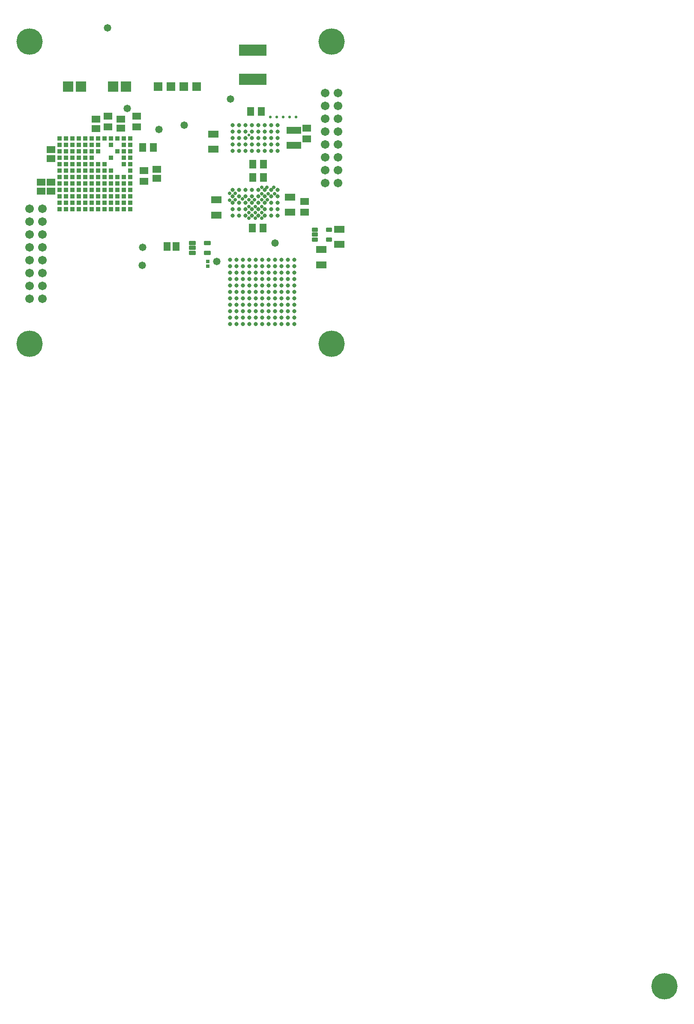
<source format=gbr>
%TF.GenerationSoftware,Altium Limited,Altium Designer,18.0.12 (696)*%
G04 Layer_Color=8388736*
%FSLAX26Y26*%
%MOIN*%
%TF.FileFunction,Soldermask,Top*%
%TF.Part,Single*%
G01*
G75*
%TA.AperFunction,SMDPad,CuDef*%
%ADD83R,0.065087X0.053276*%
%ADD84R,0.067055X0.057213*%
%TA.AperFunction,BGAPad,CuDef*%
%ADD85C,0.033000*%
%TA.AperFunction,SMDPad,CuDef*%
%ADD86R,0.114299X0.053276*%
%ADD87R,0.078866X0.053276*%
%ADD88R,0.216661X0.086740*%
G04:AMPARAMS|DCode=89|XSize=31.622mil|YSize=47.37mil|CornerRadius=6.008mil|HoleSize=0mil|Usage=FLASHONLY|Rotation=90.000|XOffset=0mil|YOffset=0mil|HoleType=Round|Shape=RoundedRectangle|*
%AMROUNDEDRECTD89*
21,1,0.031622,0.035354,0,0,90.0*
21,1,0.019606,0.047370,0,0,90.0*
1,1,0.012016,0.017677,0.009803*
1,1,0.012016,0.017677,-0.009803*
1,1,0.012016,-0.017677,-0.009803*
1,1,0.012016,-0.017677,0.009803*
%
%ADD89ROUNDEDRECTD89*%
%ADD90R,0.057213X0.067055*%
%TA.AperFunction,BGAPad,CuDef*%
%ADD91C,0.031622*%
%TA.AperFunction,SMDPad,CuDef*%
G04:AMPARAMS|DCode=92|XSize=33.591mil|YSize=55.244mil|CornerRadius=5.919mil|HoleSize=0mil|Usage=FLASHONLY|Rotation=90.000|XOffset=0mil|YOffset=0mil|HoleType=Round|Shape=RoundedRectangle|*
%AMROUNDEDRECTD92*
21,1,0.033591,0.043406,0,0,90.0*
21,1,0.021752,0.055244,0,0,90.0*
1,1,0.011839,0.021703,0.010876*
1,1,0.011839,0.021703,-0.010876*
1,1,0.011839,-0.021703,-0.010876*
1,1,0.011839,-0.021703,0.010876*
%
%ADD92ROUNDEDRECTD92*%
%ADD93R,0.029654X0.025716*%
%ADD94R,0.053276X0.065087*%
%TA.AperFunction,BGAPad,CuDef*%
%ADD95R,0.032803X0.032803*%
%TA.AperFunction,ViaPad*%
%ADD96C,0.027685*%
%TA.AperFunction,ComponentPad*%
%ADD97R,0.078866X0.078866*%
%ADD98R,0.068000X0.068000*%
%ADD99C,0.067055*%
%TA.AperFunction,ViaPad*%
%ADD100C,0.204850*%
%ADD101C,0.058000*%
%ADD102C,0.021779*%
D83*
X990000Y1284567D02*
D03*
Y1355433D02*
D03*
X165000Y1439567D02*
D03*
Y1510433D02*
D03*
X90000Y1255433D02*
D03*
Y1184567D02*
D03*
X165000D02*
D03*
Y1255433D02*
D03*
X516000Y1673567D02*
D03*
Y1744433D02*
D03*
X709000Y1674567D02*
D03*
Y1745433D02*
D03*
D84*
X831000Y1684661D02*
D03*
Y1767339D02*
D03*
X2155000Y1593661D02*
D03*
Y1676339D02*
D03*
X2140000Y1023661D02*
D03*
Y1106339D02*
D03*
X890000Y1263661D02*
D03*
Y1346339D02*
D03*
X608000Y1685661D02*
D03*
Y1768339D02*
D03*
D85*
X1559000Y652000D02*
D03*
X1609000D02*
D03*
X1659000D02*
D03*
X1709000D02*
D03*
X1759000D02*
D03*
X1809000D02*
D03*
X1859000D02*
D03*
X1909000D02*
D03*
X1959000D02*
D03*
X2009000D02*
D03*
X2059000D02*
D03*
X1559000Y602000D02*
D03*
X1609000D02*
D03*
X1659000D02*
D03*
X1709000D02*
D03*
X1759000D02*
D03*
X1809000D02*
D03*
X1859000D02*
D03*
X1909000D02*
D03*
X1959000D02*
D03*
X2009000D02*
D03*
X2059000D02*
D03*
X1559000Y552000D02*
D03*
X1609000D02*
D03*
X1659000D02*
D03*
X1709000D02*
D03*
X1759000D02*
D03*
X1809000D02*
D03*
X1859000D02*
D03*
X1909000D02*
D03*
X1959000D02*
D03*
X2009000D02*
D03*
X2059000D02*
D03*
X1559000Y502000D02*
D03*
X1609000D02*
D03*
X1659000D02*
D03*
X1709000D02*
D03*
X1759000D02*
D03*
X1809000D02*
D03*
X1859000D02*
D03*
X1909000D02*
D03*
X1959000D02*
D03*
X2009000D02*
D03*
X2059000D02*
D03*
X1559000Y452000D02*
D03*
X1609000D02*
D03*
X1659000D02*
D03*
X1709000D02*
D03*
X1759000D02*
D03*
X1809000D02*
D03*
X1859000D02*
D03*
X1909000D02*
D03*
X1959000D02*
D03*
X2009000D02*
D03*
X2059000D02*
D03*
X1559000Y402000D02*
D03*
X1609000D02*
D03*
X1659000D02*
D03*
X1709000D02*
D03*
X1759000D02*
D03*
X1809000D02*
D03*
X1859000D02*
D03*
X1909000D02*
D03*
X1959000D02*
D03*
X2009000D02*
D03*
X2059000D02*
D03*
X1559000Y352000D02*
D03*
X1609000D02*
D03*
X1659000D02*
D03*
X1709000D02*
D03*
X1759000D02*
D03*
X1809000D02*
D03*
X1859000D02*
D03*
X1909000D02*
D03*
X1959000D02*
D03*
X2009000D02*
D03*
X2059000D02*
D03*
X1559000Y302000D02*
D03*
X1609000D02*
D03*
X1659000D02*
D03*
X1709000D02*
D03*
X1759000D02*
D03*
X1809000D02*
D03*
X1859000D02*
D03*
X1909000D02*
D03*
X1959000D02*
D03*
X2009000D02*
D03*
X2059000D02*
D03*
X1559000Y252000D02*
D03*
X1609000D02*
D03*
X1659000D02*
D03*
X1709000D02*
D03*
X1759000D02*
D03*
X1809000D02*
D03*
X1859000D02*
D03*
X1909000D02*
D03*
X1959000D02*
D03*
X2009000D02*
D03*
X2059000D02*
D03*
X1559000Y202000D02*
D03*
X1609000D02*
D03*
X1659000D02*
D03*
X1709000D02*
D03*
X1759000D02*
D03*
X1809000D02*
D03*
X1859000D02*
D03*
X1909000D02*
D03*
X1959000D02*
D03*
X2009000D02*
D03*
X2059000D02*
D03*
X1559000Y152000D02*
D03*
X1609000D02*
D03*
X1659000D02*
D03*
X1709000D02*
D03*
X1759000D02*
D03*
X1809000D02*
D03*
X1859000D02*
D03*
X1909000D02*
D03*
X1959000D02*
D03*
X2009000D02*
D03*
X2059000D02*
D03*
D86*
X2055000Y1659055D02*
D03*
Y1540945D02*
D03*
D87*
X1430000Y1629055D02*
D03*
Y1510945D02*
D03*
X2268740Y613134D02*
D03*
Y731244D02*
D03*
X2408740Y772189D02*
D03*
Y890299D02*
D03*
X2025000Y1020945D02*
D03*
Y1139055D02*
D03*
X1453000Y999945D02*
D03*
Y1118055D02*
D03*
D88*
X1736000Y2054827D02*
D03*
Y2283173D02*
D03*
D89*
X2327874Y884591D02*
D03*
Y809788D02*
D03*
X2219606D02*
D03*
Y847189D02*
D03*
Y884591D02*
D03*
D90*
X1718661Y1805000D02*
D03*
X1801339D02*
D03*
X1734661Y1397000D02*
D03*
X1817339D02*
D03*
X1733661Y900000D02*
D03*
X1816339D02*
D03*
X1735661Y1292000D02*
D03*
X1818339D02*
D03*
X878661Y1525000D02*
D03*
X961339D02*
D03*
D91*
X1930000Y1700000D02*
D03*
Y1650000D02*
D03*
Y1600000D02*
D03*
Y1550000D02*
D03*
Y1500000D02*
D03*
X1880000Y1700000D02*
D03*
Y1650000D02*
D03*
Y1600000D02*
D03*
Y1550000D02*
D03*
Y1500000D02*
D03*
X1830000Y1700000D02*
D03*
Y1650000D02*
D03*
Y1600000D02*
D03*
Y1550000D02*
D03*
Y1500000D02*
D03*
X1780000Y1700000D02*
D03*
Y1650000D02*
D03*
Y1600000D02*
D03*
Y1550000D02*
D03*
Y1500000D02*
D03*
X1730000Y1700000D02*
D03*
Y1650000D02*
D03*
Y1600000D02*
D03*
Y1550000D02*
D03*
Y1500000D02*
D03*
X1680000Y1700000D02*
D03*
Y1650000D02*
D03*
Y1600000D02*
D03*
Y1550000D02*
D03*
Y1500000D02*
D03*
X1630000Y1700000D02*
D03*
Y1650000D02*
D03*
Y1600000D02*
D03*
Y1550000D02*
D03*
Y1500000D02*
D03*
X1580000Y1700000D02*
D03*
Y1650000D02*
D03*
Y1600000D02*
D03*
Y1550000D02*
D03*
Y1500000D02*
D03*
X1930000Y1195000D02*
D03*
Y1145000D02*
D03*
Y1095000D02*
D03*
Y1045000D02*
D03*
Y995000D02*
D03*
X1880000Y1195000D02*
D03*
Y1145000D02*
D03*
Y1095000D02*
D03*
Y1045000D02*
D03*
Y995000D02*
D03*
X1830000Y1195000D02*
D03*
Y1145000D02*
D03*
Y1095000D02*
D03*
Y1045000D02*
D03*
Y995000D02*
D03*
X1780000Y1195000D02*
D03*
Y1145000D02*
D03*
Y1095000D02*
D03*
Y1045000D02*
D03*
Y995000D02*
D03*
X1730000Y1195000D02*
D03*
Y1145000D02*
D03*
Y1095000D02*
D03*
Y1045000D02*
D03*
Y995000D02*
D03*
X1680000Y1195000D02*
D03*
Y1145000D02*
D03*
Y1095000D02*
D03*
Y1045000D02*
D03*
Y995000D02*
D03*
X1630000Y1195000D02*
D03*
Y1145000D02*
D03*
Y1095000D02*
D03*
Y1045000D02*
D03*
Y995000D02*
D03*
X1580000Y1195000D02*
D03*
Y1145000D02*
D03*
Y1095000D02*
D03*
Y1045000D02*
D03*
Y995000D02*
D03*
D92*
X1265929Y781402D02*
D03*
Y744000D02*
D03*
Y706598D02*
D03*
X1382071D02*
D03*
Y781402D02*
D03*
D93*
X1384000Y637717D02*
D03*
Y602284D02*
D03*
D94*
X1139433Y755000D02*
D03*
X1068567D02*
D03*
D95*
X233000Y1596000D02*
D03*
X283000D02*
D03*
X333000D02*
D03*
X383000D02*
D03*
X433000D02*
D03*
X483000D02*
D03*
X533000D02*
D03*
X583000D02*
D03*
X633000D02*
D03*
X683000D02*
D03*
X733000D02*
D03*
X783000D02*
D03*
X233000Y1546000D02*
D03*
X283000D02*
D03*
X333000D02*
D03*
X383000D02*
D03*
X433000D02*
D03*
X483000D02*
D03*
X533000D02*
D03*
X633000D02*
D03*
X733000D02*
D03*
X783000D02*
D03*
X233000Y1496000D02*
D03*
X283000D02*
D03*
X333000D02*
D03*
X383000D02*
D03*
X433000D02*
D03*
X483000D02*
D03*
X533000D02*
D03*
X683000D02*
D03*
X733000D02*
D03*
X783000D02*
D03*
X233000Y1446000D02*
D03*
X283000D02*
D03*
X333000D02*
D03*
X383000D02*
D03*
X433000D02*
D03*
X483000D02*
D03*
X633000D02*
D03*
X733000D02*
D03*
X783000D02*
D03*
X233000Y1396000D02*
D03*
X283000D02*
D03*
X333000D02*
D03*
X383000D02*
D03*
X433000D02*
D03*
X483000D02*
D03*
X533000D02*
D03*
X583000D02*
D03*
X733000D02*
D03*
X783000D02*
D03*
X233000Y1346000D02*
D03*
X283000D02*
D03*
X333000D02*
D03*
X383000D02*
D03*
X433000D02*
D03*
X483000D02*
D03*
X533000D02*
D03*
X583000D02*
D03*
X633000D02*
D03*
X783000D02*
D03*
X233000Y1296000D02*
D03*
X283000D02*
D03*
X333000D02*
D03*
X383000D02*
D03*
X433000D02*
D03*
X483000D02*
D03*
X533000D02*
D03*
X583000D02*
D03*
X633000D02*
D03*
X683000D02*
D03*
X733000D02*
D03*
X783000D02*
D03*
X233000Y1246000D02*
D03*
X283000D02*
D03*
X333000D02*
D03*
X383000D02*
D03*
X433000D02*
D03*
X483000D02*
D03*
X533000D02*
D03*
X583000D02*
D03*
X633000D02*
D03*
X683000D02*
D03*
X733000D02*
D03*
X783000D02*
D03*
X233000Y1196000D02*
D03*
X283000D02*
D03*
X333000D02*
D03*
X383000D02*
D03*
X433000D02*
D03*
X483000D02*
D03*
X533000D02*
D03*
X583000D02*
D03*
X633000D02*
D03*
X683000D02*
D03*
X733000D02*
D03*
X783000D02*
D03*
X233000Y1146000D02*
D03*
X283000D02*
D03*
X333000D02*
D03*
X383000D02*
D03*
X433000D02*
D03*
X483000D02*
D03*
X533000D02*
D03*
X583000D02*
D03*
X633000D02*
D03*
X683000D02*
D03*
X733000D02*
D03*
X783000D02*
D03*
X233000Y1096000D02*
D03*
X283000D02*
D03*
X333000D02*
D03*
X383000D02*
D03*
X433000D02*
D03*
X483000D02*
D03*
X533000D02*
D03*
X583000D02*
D03*
X633000D02*
D03*
X683000D02*
D03*
X733000D02*
D03*
X783000D02*
D03*
X233000Y1046000D02*
D03*
X283000D02*
D03*
X333000D02*
D03*
X383000D02*
D03*
X433000D02*
D03*
X483000D02*
D03*
X533000D02*
D03*
X583000D02*
D03*
X633000D02*
D03*
X683000D02*
D03*
X733000D02*
D03*
X783000D02*
D03*
D96*
X1805000Y975000D02*
D03*
X1755000D02*
D03*
X1705000D02*
D03*
X1600000Y1120000D02*
D03*
Y1170000D02*
D03*
X1555000Y1115000D02*
D03*
Y1170000D02*
D03*
X1655000Y1125000D02*
D03*
X1805000Y1215000D02*
D03*
X1845000D02*
D03*
X1900000D02*
D03*
X1905000Y1165000D02*
D03*
X1850000Y1120000D02*
D03*
X1855000Y1165000D02*
D03*
X1805000D02*
D03*
X1705000Y1120000D02*
D03*
X1750000D02*
D03*
X1805000D02*
D03*
Y1065000D02*
D03*
Y1020000D02*
D03*
X1705000D02*
D03*
Y1065000D02*
D03*
X1755000D02*
D03*
Y1020000D02*
D03*
D97*
X300000Y2000000D02*
D03*
X400000D02*
D03*
X750000D02*
D03*
X650000D02*
D03*
D98*
X1300000D02*
D03*
X1200000D02*
D03*
X1100000D02*
D03*
X1000000D02*
D03*
D99*
X2400000Y1950000D02*
D03*
Y1850000D02*
D03*
Y1750000D02*
D03*
Y1650000D02*
D03*
Y1550000D02*
D03*
X2300000Y1950000D02*
D03*
Y1850000D02*
D03*
Y1750000D02*
D03*
Y1650000D02*
D03*
Y1550000D02*
D03*
X2400000Y1450000D02*
D03*
Y1350000D02*
D03*
Y1250000D02*
D03*
X2300000Y1450000D02*
D03*
Y1350000D02*
D03*
Y1250000D02*
D03*
X100000Y1050000D02*
D03*
Y950000D02*
D03*
Y850000D02*
D03*
Y750000D02*
D03*
Y650000D02*
D03*
X0Y1050000D02*
D03*
Y950000D02*
D03*
Y850000D02*
D03*
Y750000D02*
D03*
Y650000D02*
D03*
X100000Y550000D02*
D03*
Y450000D02*
D03*
Y350000D02*
D03*
X0Y550000D02*
D03*
Y450000D02*
D03*
Y350000D02*
D03*
D100*
X4938544Y-4999140D02*
D03*
X0Y0D02*
D03*
X2350000D02*
D03*
X0Y2350000D02*
D03*
X2350000D02*
D03*
D101*
X1457000Y639000D02*
D03*
X1909000Y783000D02*
D03*
X1005000Y1664000D02*
D03*
X1201000Y1700000D02*
D03*
X1562000Y1901000D02*
D03*
X877000Y609000D02*
D03*
X878000Y749000D02*
D03*
X759000Y1829000D02*
D03*
X605000Y2455000D02*
D03*
D102*
X1705000Y1621000D02*
D03*
X1873000Y1761000D02*
D03*
X1923000D02*
D03*
X1973000D02*
D03*
X2023000D02*
D03*
X2073000D02*
D03*
%TF.MD5,59d9094f9ddcdbd41aeaf1ebc5d30f58*%
M02*

</source>
